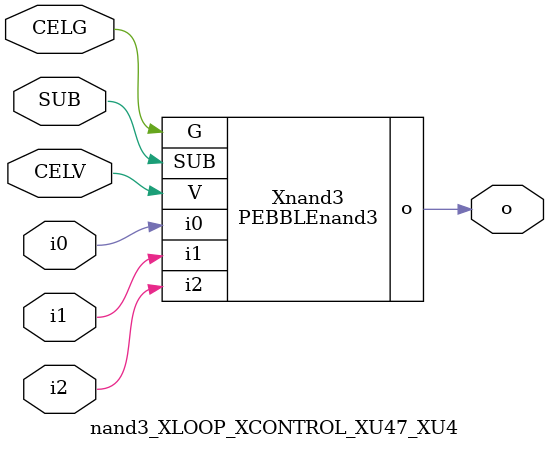
<source format=v>



module PEBBLEnand3 ( o, G, SUB, V, i0, i1, i2 );

  input i0;
  input V;
  input i2;
  input i1;
  input G;
  output o;
  input SUB;
endmodule

//Celera Confidential Do Not Copy nand3_XLOOP_XCONTROL_XU47_XU4
//Celera Confidential Symbol Generator
//5V Inverter
module nand3_XLOOP_XCONTROL_XU47_XU4 (CELV,CELG,i0,i1,i2,o,SUB);
input CELV;
input CELG;
input i0;
input i1;
input i2;
input SUB;
output o;

//Celera Confidential Do Not Copy nand3
PEBBLEnand3 Xnand3(
.V (CELV),
.i0 (i0),
.i1 (i1),
.i2 (i2),
.o (o),
.SUB (SUB),
.G (CELG)
);
//,diesize,PEBBLEnand3

//Celera Confidential Do Not Copy Module End
//Celera Schematic Generator
endmodule

</source>
